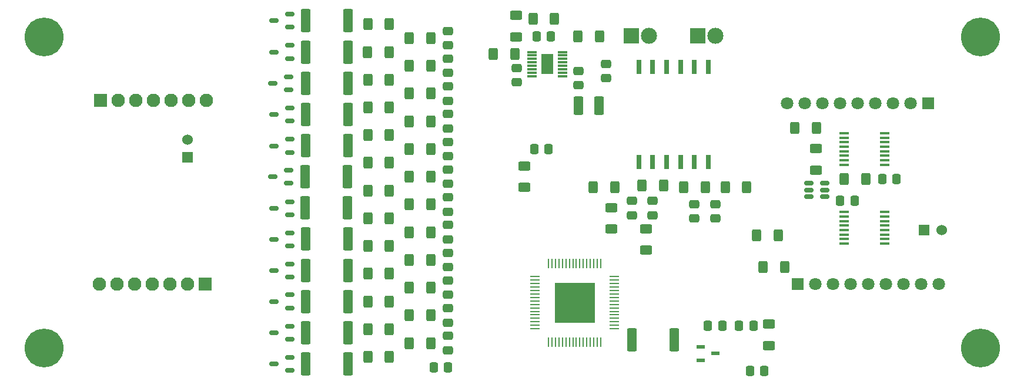
<source format=gbr>
%TF.GenerationSoftware,KiCad,Pcbnew,9.0.2*%
%TF.CreationDate,2025-07-25T00:40:22+02:00*%
%TF.ProjectId,BMS_13_VF,424d535f-3133-45f5-9646-2e6b69636164,rev?*%
%TF.SameCoordinates,Original*%
%TF.FileFunction,Soldermask,Top*%
%TF.FilePolarity,Negative*%
%FSLAX46Y46*%
G04 Gerber Fmt 4.6, Leading zero omitted, Abs format (unit mm)*
G04 Created by KiCad (PCBNEW 9.0.2) date 2025-07-25 00:40:22*
%MOMM*%
%LPD*%
G01*
G04 APERTURE LIST*
G04 Aperture macros list*
%AMRoundRect*
0 Rectangle with rounded corners*
0 $1 Rounding radius*
0 $2 $3 $4 $5 $6 $7 $8 $9 X,Y pos of 4 corners*
0 Add a 4 corners polygon primitive as box body*
4,1,4,$2,$3,$4,$5,$6,$7,$8,$9,$2,$3,0*
0 Add four circle primitives for the rounded corners*
1,1,$1+$1,$2,$3*
1,1,$1+$1,$4,$5*
1,1,$1+$1,$6,$7*
1,1,$1+$1,$8,$9*
0 Add four rect primitives between the rounded corners*
20,1,$1+$1,$2,$3,$4,$5,0*
20,1,$1+$1,$4,$5,$6,$7,0*
20,1,$1+$1,$6,$7,$8,$9,0*
20,1,$1+$1,$8,$9,$2,$3,0*%
G04 Aperture macros list end*
%ADD10R,2.325000X2.325000*%
%ADD11C,2.325000*%
%ADD12RoundRect,0.250000X-0.475000X0.337500X-0.475000X-0.337500X0.475000X-0.337500X0.475000X0.337500X0*%
%ADD13RoundRect,0.250000X-0.400000X-0.625000X0.400000X-0.625000X0.400000X0.625000X-0.400000X0.625000X0*%
%ADD14RoundRect,0.250001X-0.462499X-1.074999X0.462499X-1.074999X0.462499X1.074999X-0.462499X1.074999X0*%
%ADD15RoundRect,0.250000X0.400000X0.625000X-0.400000X0.625000X-0.400000X-0.625000X0.400000X-0.625000X0*%
%ADD16RoundRect,0.249999X0.450001X1.425001X-0.450001X1.425001X-0.450001X-1.425001X0.450001X-1.425001X0*%
%ADD17R,1.475000X0.450000*%
%ADD18RoundRect,0.250000X0.625000X-0.400000X0.625000X0.400000X-0.625000X0.400000X-0.625000X-0.400000X0*%
%ADD19RoundRect,0.150000X0.512500X0.150000X-0.512500X0.150000X-0.512500X-0.150000X0.512500X-0.150000X0*%
%ADD20RoundRect,0.250000X-0.337500X-0.475000X0.337500X-0.475000X0.337500X0.475000X-0.337500X0.475000X0*%
%ADD21RoundRect,0.250000X-0.625000X0.400000X-0.625000X-0.400000X0.625000X-0.400000X0.625000X0.400000X0*%
%ADD22RoundRect,0.250000X0.475000X-0.337500X0.475000X0.337500X-0.475000X0.337500X-0.475000X-0.337500X0*%
%ADD23C,5.600000*%
%ADD24R,1.800000X1.800000*%
%ADD25C,1.800000*%
%ADD26R,1.530000X1.530000*%
%ADD27C,1.530000*%
%ADD28R,0.279400X1.346200*%
%ADD29R,1.346200X0.279400*%
%ADD30R,5.791200X5.791200*%
%ADD31RoundRect,0.250000X0.337500X0.475000X-0.337500X0.475000X-0.337500X-0.475000X0.337500X-0.475000X0*%
%ADD32R,1.300000X0.600000*%
%ADD33R,1.425000X0.300000*%
%ADD34R,1.753000X2.947000*%
%ADD35R,1.950000X1.950000*%
%ADD36C,1.950000*%
%ADD37R,0.800000X2.010000*%
%ADD38RoundRect,0.249999X-0.450001X-1.425001X0.450001X-1.425001X0.450001X1.425001X-0.450001X1.425001X0*%
G04 APERTURE END LIST*
D10*
%TO.C,J3*%
X163000000Y-68155000D03*
D11*
X165540000Y-68155000D03*
%TD*%
D12*
%TO.C,C15*%
X127000000Y-95462500D03*
X127000000Y-97537500D03*
%TD*%
D13*
%TO.C,R38*%
X115450000Y-74500000D03*
X118550000Y-74500000D03*
%TD*%
D14*
%TO.C,L1*%
X145800500Y-78250000D03*
X148775500Y-78250000D03*
%TD*%
D13*
%TO.C,R32*%
X115450000Y-82500000D03*
X118550000Y-82500000D03*
%TD*%
D15*
%TO.C,R7*%
X174550000Y-97000000D03*
X171450000Y-97000000D03*
%TD*%
%TO.C,R69*%
X175500000Y-101500000D03*
X172400000Y-101500000D03*
%TD*%
D13*
%TO.C,R24*%
X121450000Y-96500000D03*
X124550000Y-96500000D03*
%TD*%
%TO.C,R23*%
X115450000Y-94500000D03*
X118550000Y-94500000D03*
%TD*%
D16*
%TO.C,R46*%
X112600000Y-115500000D03*
X106500000Y-115500000D03*
%TD*%
D17*
%TO.C,IC3*%
X189938000Y-98150000D03*
X189938000Y-97500000D03*
X189938000Y-96850000D03*
X189938000Y-96200000D03*
X189938000Y-95550000D03*
X189938000Y-94900000D03*
X189938000Y-94250000D03*
X189938000Y-93600000D03*
X184062000Y-93600000D03*
X184062000Y-94250000D03*
X184062000Y-94900000D03*
X184062000Y-95550000D03*
X184062000Y-96200000D03*
X184062000Y-96850000D03*
X184062000Y-97500000D03*
X184062000Y-98150000D03*
%TD*%
D18*
%TO.C,R70*%
X173200000Y-112850000D03*
X173200000Y-109750000D03*
%TD*%
D12*
%TO.C,C18*%
X127000000Y-83462500D03*
X127000000Y-85537500D03*
%TD*%
D13*
%TO.C,R12*%
X121450000Y-108500000D03*
X124550000Y-108500000D03*
%TD*%
D19*
%TO.C,Q11*%
X104187500Y-66900000D03*
X104187500Y-65000000D03*
X101912500Y-65950000D03*
%TD*%
D20*
%TO.C,C1*%
X139750500Y-68250000D03*
X141825500Y-68250000D03*
%TD*%
D21*
%TO.C,R51*%
X138000000Y-86950000D03*
X138000000Y-90050000D03*
%TD*%
D22*
%TO.C,C9*%
X162500000Y-94537500D03*
X162500000Y-92462500D03*
%TD*%
D23*
%TO.C,H4*%
X203700000Y-113200000D03*
%TD*%
D12*
%TO.C,C12*%
X127000000Y-107462500D03*
X127000000Y-109537500D03*
%TD*%
D13*
%TO.C,R44*%
X115450000Y-66500000D03*
X118550000Y-66500000D03*
%TD*%
D12*
%TO.C,C17*%
X127000000Y-87462500D03*
X127000000Y-89537500D03*
%TD*%
D13*
%TO.C,R15*%
X115450000Y-110500000D03*
X118550000Y-110500000D03*
%TD*%
%TO.C,R27*%
X121450000Y-92500000D03*
X124550000Y-92500000D03*
%TD*%
D22*
%TO.C,C2*%
X149750000Y-74287500D03*
X149750000Y-72212500D03*
%TD*%
D24*
%TO.C,J8*%
X196160000Y-77875000D03*
D25*
X193620000Y-77875000D03*
X191080000Y-77875000D03*
X188540000Y-77875000D03*
X186000000Y-77875000D03*
X183460000Y-77875000D03*
X180920000Y-77875000D03*
X178380000Y-77875000D03*
X175840000Y-77875000D03*
%TD*%
D18*
%TO.C,R49*%
X150500000Y-96050000D03*
X150500000Y-92950000D03*
%TD*%
D26*
%TO.C,J5*%
X195600000Y-96200000D03*
D27*
X198140000Y-96200000D03*
%TD*%
D12*
%TO.C,C23*%
X127000000Y-111462500D03*
X127000000Y-113537500D03*
%TD*%
D15*
%TO.C,R52*%
X187183538Y-88818599D03*
X184083538Y-88818599D03*
%TD*%
D16*
%TO.C,R43*%
X112600000Y-66000000D03*
X106500000Y-66000000D03*
%TD*%
D20*
%TO.C,C25*%
X139425000Y-84500000D03*
X141500000Y-84500000D03*
%TD*%
D16*
%TO.C,R19*%
X112600000Y-102000000D03*
X106500000Y-102000000D03*
%TD*%
%TO.C,R31*%
X112600000Y-84000000D03*
X106500000Y-84000000D03*
%TD*%
D13*
%TO.C,R3*%
X145738000Y-68250000D03*
X148838000Y-68250000D03*
%TD*%
D26*
%TO.C,J4*%
X89525000Y-85705000D03*
D27*
X89525000Y-83165000D03*
%TD*%
D28*
%TO.C,U1*%
X149000000Y-101000000D03*
X148500001Y-101000000D03*
X148000000Y-101000000D03*
X147500001Y-101000000D03*
X146999999Y-101000000D03*
X146500000Y-101000000D03*
X146000001Y-101000000D03*
X145500000Y-101000000D03*
X145000000Y-101000000D03*
X144499999Y-101000000D03*
X144000000Y-101000000D03*
X143500001Y-101000000D03*
X142999999Y-101000000D03*
X142500000Y-101000000D03*
X141999999Y-101000000D03*
X141500000Y-101000000D03*
D29*
X139573100Y-102926900D03*
X139573100Y-103426899D03*
X139573100Y-103926900D03*
X139573100Y-104426899D03*
X139573100Y-104926901D03*
X139573100Y-105426900D03*
X139573100Y-105926899D03*
X139573100Y-106426900D03*
X139573100Y-106926900D03*
X139573100Y-107426901D03*
X139573100Y-107926900D03*
X139573100Y-108426899D03*
X139573100Y-108926901D03*
X139573100Y-109426900D03*
X139573100Y-109926901D03*
X139573100Y-110426900D03*
D28*
X141500000Y-112353800D03*
X141999999Y-112353800D03*
X142500000Y-112353800D03*
X142999999Y-112353800D03*
X143500001Y-112353800D03*
X144000000Y-112353800D03*
X144499999Y-112353800D03*
X145000000Y-112353800D03*
X145500000Y-112353800D03*
X146000001Y-112353800D03*
X146500000Y-112353800D03*
X146999999Y-112353800D03*
X147500001Y-112353800D03*
X148000000Y-112353800D03*
X148500001Y-112353800D03*
X149000000Y-112353800D03*
D29*
X150926900Y-110426900D03*
X150926900Y-109926901D03*
X150926900Y-109426900D03*
X150926900Y-108926901D03*
X150926900Y-108426899D03*
X150926900Y-107926900D03*
X150926900Y-107426901D03*
X150926900Y-106926900D03*
X150926900Y-106426900D03*
X150926900Y-105926899D03*
X150926900Y-105426900D03*
X150926900Y-104926901D03*
X150926900Y-104426899D03*
X150926900Y-103926900D03*
X150926900Y-103426899D03*
X150926900Y-102926900D03*
D30*
X145250000Y-106676900D03*
%TD*%
D31*
%TO.C,C11*%
X166500000Y-110000000D03*
X164425000Y-110000000D03*
%TD*%
D12*
%TO.C,C13*%
X127000000Y-103462500D03*
X127000000Y-105537500D03*
%TD*%
D13*
%TO.C,R30*%
X121450000Y-88500000D03*
X124550000Y-88500000D03*
%TD*%
D16*
%TO.C,R22*%
X112600000Y-97500000D03*
X106500000Y-97500000D03*
%TD*%
D15*
%TO.C,R11*%
X164050000Y-90000000D03*
X160950000Y-90000000D03*
%TD*%
D12*
%TO.C,C22*%
X127000000Y-67462500D03*
X127000000Y-69537500D03*
%TD*%
D13*
%TO.C,R42*%
X121450000Y-72500000D03*
X124550000Y-72500000D03*
%TD*%
D31*
%TO.C,C10*%
X171000000Y-110000000D03*
X168925000Y-110000000D03*
%TD*%
D13*
%TO.C,R48*%
X121450000Y-112500000D03*
X124550000Y-112500000D03*
%TD*%
D31*
%TO.C,C24*%
X127037500Y-116000000D03*
X124962500Y-116000000D03*
%TD*%
D12*
%TO.C,C14*%
X127000000Y-99462500D03*
X127000000Y-101537500D03*
%TD*%
D19*
%TO.C,Q6*%
X104050000Y-89450000D03*
X104050000Y-87550000D03*
X101775000Y-88500000D03*
%TD*%
D15*
%TO.C,R10*%
X170050000Y-90000000D03*
X166950000Y-90000000D03*
%TD*%
D23*
%TO.C,H3*%
X203700000Y-68300000D03*
%TD*%
D13*
%TO.C,R29*%
X115450000Y-86500000D03*
X118550000Y-86500000D03*
%TD*%
D19*
%TO.C,Q9*%
X104050000Y-76000000D03*
X104050000Y-74100000D03*
X101775000Y-75050000D03*
%TD*%
D13*
%TO.C,R26*%
X115450000Y-90500000D03*
X118550000Y-90500000D03*
%TD*%
D19*
%TO.C,Q4*%
X104187500Y-98500000D03*
X104187500Y-96600000D03*
X101912500Y-97550000D03*
%TD*%
%TO.C,Q3*%
X104187500Y-103000000D03*
X104187500Y-101100000D03*
X101912500Y-102050000D03*
%TD*%
D16*
%TO.C,R28*%
X112550000Y-88500000D03*
X106450000Y-88500000D03*
%TD*%
D13*
%TO.C,R17*%
X115450000Y-102500000D03*
X118550000Y-102500000D03*
%TD*%
%TO.C,R4*%
X133562465Y-70768955D03*
X136662465Y-70768955D03*
%TD*%
D32*
%TO.C,Q18*%
X163400000Y-113050000D03*
X163400000Y-114950000D03*
X165500000Y-114000000D03*
%TD*%
D33*
%TO.C,IC1*%
X139076000Y-70500000D03*
X139076000Y-71000000D03*
X139076000Y-71500000D03*
X139076000Y-72000000D03*
X139076000Y-72500000D03*
X139076000Y-73000000D03*
X139076000Y-73500000D03*
X139076000Y-74000000D03*
X143500000Y-74000000D03*
X143500000Y-73500000D03*
X143500000Y-73000000D03*
X143500000Y-72500000D03*
X143500000Y-72000000D03*
X143500000Y-71500000D03*
X143500000Y-71000000D03*
X143500000Y-70500000D03*
D34*
X141288000Y-72250000D03*
%TD*%
D31*
%TO.C,C32*%
X172575000Y-116500000D03*
X170500000Y-116500000D03*
%TD*%
D13*
%TO.C,R8*%
X147950000Y-90000000D03*
X151050000Y-90000000D03*
%TD*%
%TO.C,R39*%
X121450000Y-76500000D03*
X124550000Y-76500000D03*
%TD*%
D23*
%TO.C,H1*%
X68800000Y-68300000D03*
%TD*%
D35*
%TO.C,J6*%
X76930000Y-77500000D03*
D36*
X79470000Y-77500000D03*
X82010000Y-77500000D03*
X84550000Y-77500000D03*
X87090000Y-77500000D03*
X89630000Y-77500000D03*
X92170000Y-77500000D03*
%TD*%
D37*
%TO.C,T1*%
X164500000Y-72655000D03*
X162500000Y-72655000D03*
X160500000Y-72655000D03*
X158500000Y-72655000D03*
X156500000Y-72655000D03*
X154500000Y-72655000D03*
X154500000Y-86345000D03*
X156500000Y-86345000D03*
X158500000Y-86345000D03*
X160500000Y-86345000D03*
X162500000Y-86345000D03*
X164500000Y-86345000D03*
%TD*%
D12*
%TO.C,C20*%
X127000000Y-75462500D03*
X127000000Y-77537500D03*
%TD*%
D31*
%TO.C,C26*%
X185575000Y-92000000D03*
X183500000Y-92000000D03*
%TD*%
D16*
%TO.C,R25*%
X112550000Y-93000000D03*
X106450000Y-93000000D03*
%TD*%
D22*
%TO.C,C7*%
X156500000Y-94037500D03*
X156500000Y-91962500D03*
%TD*%
D10*
%TO.C,J1*%
X153460000Y-68155000D03*
D11*
X156000000Y-68155000D03*
%TD*%
D22*
%TO.C,C6*%
X153500000Y-94075000D03*
X153500000Y-92000000D03*
%TD*%
D19*
%TO.C,U2*%
X181237500Y-91350000D03*
X181237500Y-90400000D03*
X181237500Y-89450000D03*
X178962500Y-89450000D03*
X178962500Y-90400000D03*
X178962500Y-91350000D03*
%TD*%
D16*
%TO.C,R14*%
X112600000Y-111000000D03*
X106500000Y-111000000D03*
%TD*%
D13*
%TO.C,R41*%
X115400000Y-70500000D03*
X118500000Y-70500000D03*
%TD*%
%TO.C,R20*%
X115450000Y-98500000D03*
X118550000Y-98500000D03*
%TD*%
%TO.C,R36*%
X121450000Y-80500000D03*
X124550000Y-80500000D03*
%TD*%
%TO.C,R33*%
X121450000Y-84500000D03*
X124550000Y-84500000D03*
%TD*%
%TO.C,R35*%
X115450000Y-78500000D03*
X118550000Y-78500000D03*
%TD*%
D16*
%TO.C,R37*%
X112600000Y-75000000D03*
X106500000Y-75000000D03*
%TD*%
%TO.C,R16*%
X112600000Y-106500000D03*
X106500000Y-106500000D03*
%TD*%
D13*
%TO.C,R13*%
X115450000Y-106500000D03*
X118550000Y-106500000D03*
%TD*%
%TO.C,R45*%
X121450000Y-68500000D03*
X124550000Y-68500000D03*
%TD*%
D19*
%TO.C,Q2*%
X104187500Y-107450000D03*
X104187500Y-105550000D03*
X101912500Y-106500000D03*
%TD*%
%TO.C,Q12*%
X104187500Y-116450000D03*
X104187500Y-114550000D03*
X101912500Y-115500000D03*
%TD*%
D21*
%TO.C,R50*%
X155500000Y-96000000D03*
X155500000Y-99100000D03*
%TD*%
%TO.C,R1*%
X136788000Y-65200000D03*
X136788000Y-68300000D03*
%TD*%
D16*
%TO.C,R40*%
X112600000Y-70500000D03*
X106500000Y-70500000D03*
%TD*%
D13*
%TO.C,R21*%
X121450000Y-100500000D03*
X124550000Y-100500000D03*
%TD*%
%TO.C,R18*%
X121450000Y-104500000D03*
X124550000Y-104500000D03*
%TD*%
D12*
%TO.C,C21*%
X127000000Y-71462500D03*
X127000000Y-73537500D03*
%TD*%
D19*
%TO.C,Q5*%
X104187500Y-94000000D03*
X104187500Y-92100000D03*
X101912500Y-93050000D03*
%TD*%
D24*
%TO.C,J7*%
X177340000Y-104000000D03*
D25*
X179880000Y-104000000D03*
X182420000Y-104000000D03*
X184960000Y-104000000D03*
X187500000Y-104000000D03*
X190040000Y-104000000D03*
X192580000Y-104000000D03*
X195120000Y-104000000D03*
X197660000Y-104000000D03*
%TD*%
D20*
%TO.C,C5*%
X189562500Y-88800000D03*
X191637500Y-88800000D03*
%TD*%
D35*
%TO.C,J2*%
X92050000Y-104000000D03*
D36*
X89510000Y-104000000D03*
X86970000Y-104000000D03*
X84430000Y-104000000D03*
X81890000Y-104000000D03*
X79350000Y-104000000D03*
X76810000Y-104000000D03*
%TD*%
D16*
%TO.C,R34*%
X112600000Y-79500000D03*
X106500000Y-79500000D03*
%TD*%
D19*
%TO.C,Q7*%
X104187500Y-85000000D03*
X104187500Y-83100000D03*
X101912500Y-84050000D03*
%TD*%
D22*
%TO.C,C8*%
X165500000Y-94537500D03*
X165500000Y-92462500D03*
%TD*%
D13*
%TO.C,R6*%
X176950000Y-81500000D03*
X180050000Y-81500000D03*
%TD*%
D23*
%TO.C,H2*%
X68800000Y-113200000D03*
%TD*%
D19*
%TO.C,Q10*%
X104187500Y-71450000D03*
X104187500Y-69550000D03*
X101912500Y-70500000D03*
%TD*%
%TO.C,Q1*%
X104187500Y-111950000D03*
X104187500Y-110050000D03*
X101912500Y-111000000D03*
%TD*%
D17*
%TO.C,IC4*%
X184062000Y-82225000D03*
X184062000Y-82875000D03*
X184062000Y-83525000D03*
X184062000Y-84175000D03*
X184062000Y-84825000D03*
X184062000Y-85475000D03*
X184062000Y-86125000D03*
X184062000Y-86775000D03*
X189938000Y-86775000D03*
X189938000Y-86125000D03*
X189938000Y-85475000D03*
X189938000Y-84825000D03*
X189938000Y-84175000D03*
X189938000Y-83525000D03*
X189938000Y-82875000D03*
X189938000Y-82225000D03*
%TD*%
D22*
%TO.C,C4*%
X136911722Y-74877204D03*
X136911722Y-72802204D03*
%TD*%
D13*
%TO.C,R47*%
X115450000Y-114500000D03*
X118550000Y-114500000D03*
%TD*%
D12*
%TO.C,C16*%
X127000000Y-91462500D03*
X127000000Y-93537500D03*
%TD*%
%TO.C,C19*%
X127000000Y-79462500D03*
X127000000Y-81537500D03*
%TD*%
D19*
%TO.C,Q8*%
X104187500Y-80450000D03*
X104187500Y-78550000D03*
X101912500Y-79500000D03*
%TD*%
D22*
%TO.C,C3*%
X145788000Y-75287500D03*
X145788000Y-73212500D03*
%TD*%
D15*
%TO.C,R2*%
X142338000Y-65750000D03*
X139238000Y-65750000D03*
%TD*%
D21*
%TO.C,R5*%
X180000000Y-84450000D03*
X180000000Y-87550000D03*
%TD*%
D13*
%TO.C,R9*%
X154950000Y-89800000D03*
X158050000Y-89800000D03*
%TD*%
D38*
%TO.C,R68*%
X153500000Y-112000000D03*
X159600000Y-112000000D03*
%TD*%
M02*

</source>
